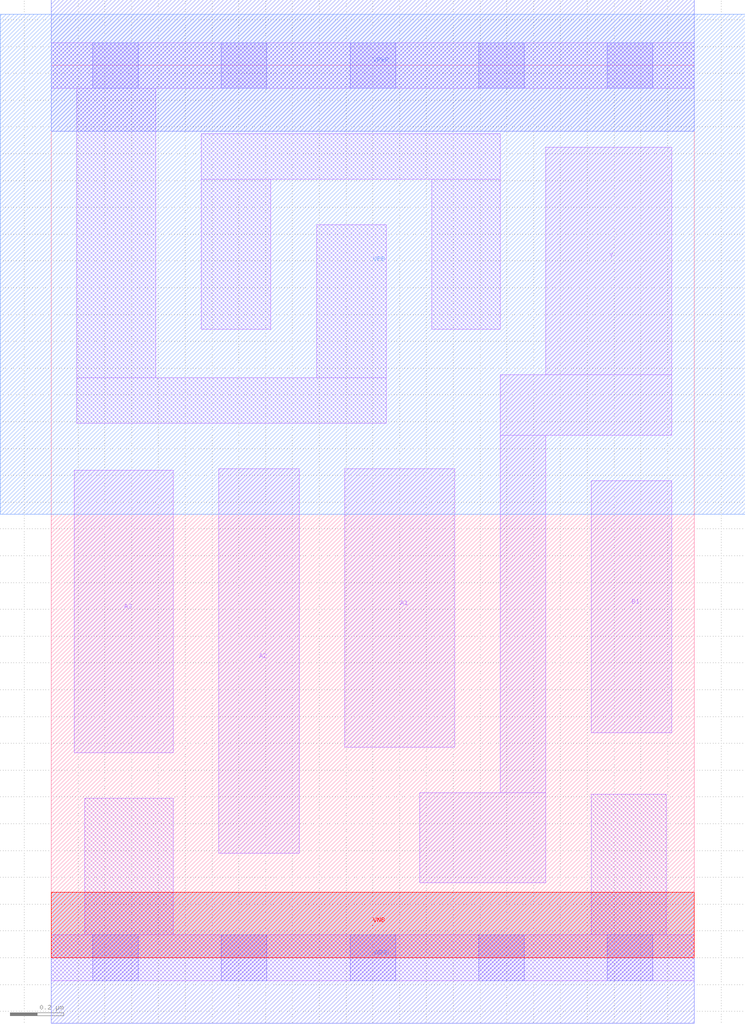
<source format=lef>
# Copyright 2020 The SkyWater PDK Authors
#
# Licensed under the Apache License, Version 2.0 (the "License");
# you may not use this file except in compliance with the License.
# You may obtain a copy of the License at
#
#     https://www.apache.org/licenses/LICENSE-2.0
#
# Unless required by applicable law or agreed to in writing, software
# distributed under the License is distributed on an "AS IS" BASIS,
# WITHOUT WARRANTIES OR CONDITIONS OF ANY KIND, either express or implied.
# See the License for the specific language governing permissions and
# limitations under the License.
#
# SPDX-License-Identifier: Apache-2.0

VERSION 5.7 ;
  NOWIREEXTENSIONATPIN ON ;
  DIVIDERCHAR "/" ;
  BUSBITCHARS "[]" ;
MACRO sky130_fd_sc_lp__a31oi_0
  CLASS CORE ;
  FOREIGN sky130_fd_sc_lp__a31oi_0 ;
  ORIGIN  0.000000  0.000000 ;
  SIZE  2.400000 BY  3.330000 ;
  SYMMETRY X Y R90 ;
  SITE unit ;
  PIN A1
    ANTENNAGATEAREA  0.159000 ;
    DIRECTION INPUT ;
    USE SIGNAL ;
    PORT
      LAYER li1 ;
        RECT 1.095000 0.785000 1.505000 1.825000 ;
    END
  END A1
  PIN A2
    ANTENNAGATEAREA  0.159000 ;
    DIRECTION INPUT ;
    USE SIGNAL ;
    PORT
      LAYER li1 ;
        RECT 0.625000 0.390000 0.925000 1.825000 ;
    END
  END A2
  PIN A3
    ANTENNAGATEAREA  0.159000 ;
    DIRECTION INPUT ;
    USE SIGNAL ;
    PORT
      LAYER li1 ;
        RECT 0.085000 0.765000 0.455000 1.820000 ;
    END
  END A3
  PIN B1
    ANTENNAGATEAREA  0.159000 ;
    DIRECTION INPUT ;
    USE SIGNAL ;
    PORT
      LAYER li1 ;
        RECT 2.015000 0.840000 2.315000 1.780000 ;
    END
  END B1
  PIN Y
    ANTENNADIFFAREA  0.346000 ;
    DIRECTION OUTPUT ;
    USE SIGNAL ;
    PORT
      LAYER li1 ;
        RECT 1.375000 0.280000 1.845000 0.615000 ;
        RECT 1.675000 0.615000 1.845000 1.950000 ;
        RECT 1.675000 1.950000 2.315000 2.175000 ;
        RECT 1.845000 2.175000 2.315000 3.025000 ;
    END
  END Y
  PIN VGND
    DIRECTION INOUT ;
    USE GROUND ;
    PORT
      LAYER met1 ;
        RECT 0.000000 -0.245000 2.400000 0.245000 ;
    END
  END VGND
  PIN VNB
    DIRECTION INOUT ;
    USE GROUND ;
    PORT
      LAYER pwell ;
        RECT 0.000000 0.000000 2.400000 0.245000 ;
    END
  END VNB
  PIN VPB
    DIRECTION INOUT ;
    USE POWER ;
    PORT
      LAYER nwell ;
        RECT -0.190000 1.655000 2.590000 3.520000 ;
    END
  END VPB
  PIN VPWR
    DIRECTION INOUT ;
    USE POWER ;
    PORT
      LAYER met1 ;
        RECT 0.000000 3.085000 2.400000 3.575000 ;
    END
  END VPWR
  OBS
    LAYER li1 ;
      RECT 0.000000 -0.085000 2.400000 0.085000 ;
      RECT 0.000000  3.245000 2.400000 3.415000 ;
      RECT 0.095000  1.995000 1.250000 2.165000 ;
      RECT 0.095000  2.165000 0.390000 3.245000 ;
      RECT 0.125000  0.085000 0.455000 0.595000 ;
      RECT 0.560000  2.345000 0.820000 2.905000 ;
      RECT 0.560000  2.905000 1.675000 3.075000 ;
      RECT 0.990000  2.165000 1.250000 2.735000 ;
      RECT 1.420000  2.345000 1.675000 2.905000 ;
      RECT 2.015000  0.085000 2.295000 0.610000 ;
    LAYER mcon ;
      RECT 0.155000 -0.085000 0.325000 0.085000 ;
      RECT 0.155000  3.245000 0.325000 3.415000 ;
      RECT 0.635000 -0.085000 0.805000 0.085000 ;
      RECT 0.635000  3.245000 0.805000 3.415000 ;
      RECT 1.115000 -0.085000 1.285000 0.085000 ;
      RECT 1.115000  3.245000 1.285000 3.415000 ;
      RECT 1.595000 -0.085000 1.765000 0.085000 ;
      RECT 1.595000  3.245000 1.765000 3.415000 ;
      RECT 2.075000 -0.085000 2.245000 0.085000 ;
      RECT 2.075000  3.245000 2.245000 3.415000 ;
  END
END sky130_fd_sc_lp__a31oi_0
END LIBRARY

</source>
